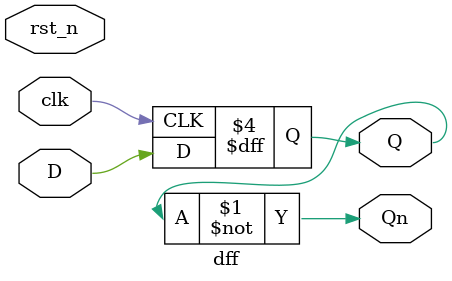
<source format=v>
`timescale  1ns / 1ps

module dff #(
    parameter WIDTH = 1,
    parameter WITH_RST = 0,
    parameter RST_VALUE = 0
) (
    input clk,
    input rst_n,

    input [WIDTH-1:0] D,
    output reg [WIDTH-1:0] Q=0,
    output [WIDTH-1:0] Qn
);

    generate
        if (WITH_RST) begin 
            always @(posedge clk or negedge rst_n) begin
                if (!rst_n) begin
                    Q <= {WIDTH{RST_VALUE[0]}};
                end else begin
                    Q <= D;
                end
            end
        end else begin
            always @(posedge clk) begin
                Q <= D;
            end
        end
    endgenerate

    assign Qn = ~Q;
    
endmodule
</source>
